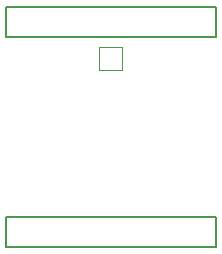
<source format=gbo>
G04 #@! TF.GenerationSoftware,KiCad,Pcbnew,8.0.7*
G04 #@! TF.CreationDate,2025-01-27T18:49:31+01:00*
G04 #@! TF.ProjectId,Socket,536f636b-6574-42e6-9b69-6361645f7063,rev?*
G04 #@! TF.SameCoordinates,Original*
G04 #@! TF.FileFunction,Legend,Bot*
G04 #@! TF.FilePolarity,Positive*
%FSLAX46Y46*%
G04 Gerber Fmt 4.6, Leading zero omitted, Abs format (unit mm)*
G04 Created by KiCad (PCBNEW 8.0.7) date 2025-01-27 18:49:31*
%MOMM*%
%LPD*%
G01*
G04 APERTURE LIST*
G04 Aperture macros list*
%AMRoundRect*
0 Rectangle with rounded corners*
0 $1 Rounding radius*
0 $2 $3 $4 $5 $6 $7 $8 $9 X,Y pos of 4 corners*
0 Add a 4 corners polygon primitive as box body*
4,1,4,$2,$3,$4,$5,$6,$7,$8,$9,$2,$3,0*
0 Add four circle primitives for the rounded corners*
1,1,$1+$1,$2,$3*
1,1,$1+$1,$4,$5*
1,1,$1+$1,$6,$7*
1,1,$1+$1,$8,$9*
0 Add four rect primitives between the rounded corners*
20,1,$1+$1,$2,$3,$4,$5,0*
20,1,$1+$1,$4,$5,$6,$7,0*
20,1,$1+$1,$6,$7,$8,$9,0*
20,1,$1+$1,$8,$9,$2,$3,0*%
G04 Aperture macros list end*
%ADD10C,0.150000*%
%ADD11C,2.000000*%
%ADD12RoundRect,0.050000X-1.000000X-1.000000X1.000000X-1.000000X1.000000X1.000000X-1.000000X1.000000X0*%
%ADD13C,2.100000*%
G04 APERTURE END LIST*
D10*
X-1270000Y19050000D02*
X16510000Y19050000D01*
X16510000Y16510000D01*
X-1270000Y16510000D01*
X-1270000Y19050000D01*
X-1270000Y1270000D02*
X16510000Y1270000D01*
X16510000Y-1270000D01*
X-1270000Y-1270000D01*
X-1270000Y1270000D01*
%LPC*%
D11*
X7620000Y8890000D03*
D12*
X7620000Y14640000D03*
D13*
X10292158Y13981372D03*
X12352157Y12156372D03*
X13328076Y9583086D03*
X12996343Y6851022D03*
X11432955Y4586063D03*
X8996065Y3307085D03*
X6243935Y3307085D03*
X3807045Y4586063D03*
X2243657Y6851022D03*
X1911924Y9583086D03*
X2887843Y12156372D03*
X4947842Y13981372D03*
%LPD*%
M02*

</source>
